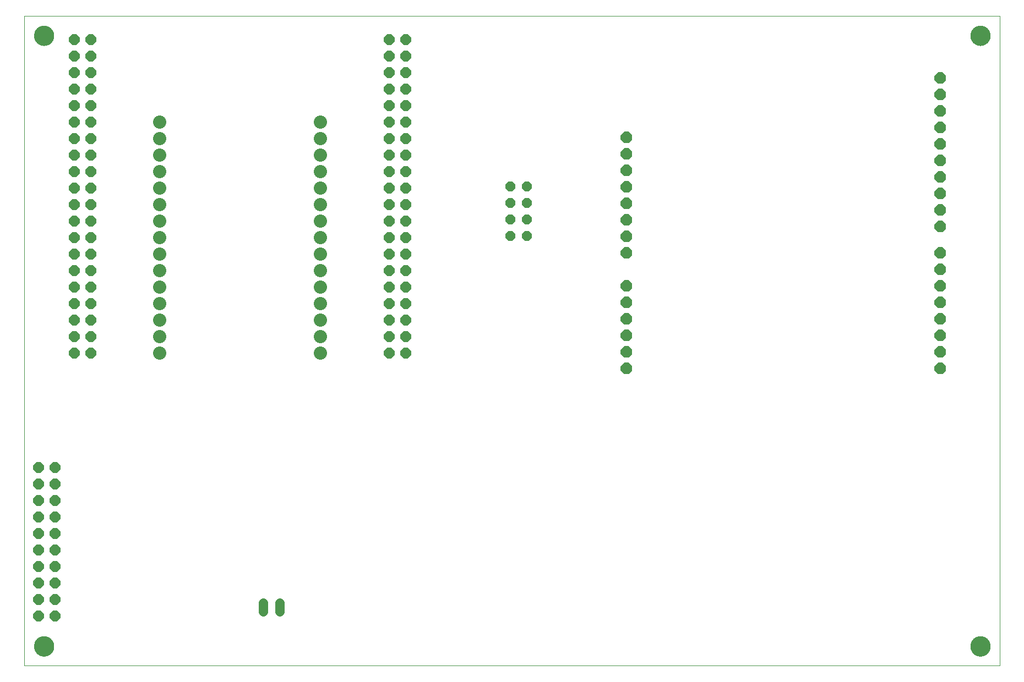
<source format=gbs>
G04 EAGLE Gerber RS-274X export*
G75*
%MOMM*%
%FSLAX34Y34*%
%LPD*%
%INSolder Mask bottom*%
%IPPOS*%
%AMOC8*
5,1,8,0,0,1.08239X$1,22.5*%
G01*
%ADD10C,0.000000*%
%ADD11C,3.101600*%
%ADD12P,1.759533X8X292.500000*%
%ADD13P,1.924489X8X292.500000*%
%ADD14P,1.759533X8X112.500000*%
%ADD15P,1.594577X8X292.500000*%
%ADD16C,2.032000*%
%ADD17C,1.473200*%


D10*
X0Y0D02*
X1500000Y0D01*
X1500000Y1000000D01*
X0Y1000000D01*
X0Y0D01*
X15000Y30000D02*
X15005Y30368D01*
X15018Y30736D01*
X15041Y31103D01*
X15072Y31470D01*
X15113Y31836D01*
X15162Y32201D01*
X15221Y32564D01*
X15288Y32926D01*
X15364Y33287D01*
X15450Y33645D01*
X15543Y34001D01*
X15646Y34354D01*
X15757Y34705D01*
X15877Y35053D01*
X16005Y35398D01*
X16142Y35740D01*
X16287Y36079D01*
X16440Y36413D01*
X16602Y36744D01*
X16771Y37071D01*
X16949Y37393D01*
X17134Y37712D01*
X17327Y38025D01*
X17528Y38334D01*
X17736Y38637D01*
X17952Y38935D01*
X18175Y39228D01*
X18405Y39516D01*
X18642Y39798D01*
X18886Y40073D01*
X19136Y40343D01*
X19393Y40607D01*
X19657Y40864D01*
X19927Y41114D01*
X20202Y41358D01*
X20484Y41595D01*
X20772Y41825D01*
X21065Y42048D01*
X21363Y42264D01*
X21666Y42472D01*
X21975Y42673D01*
X22288Y42866D01*
X22607Y43051D01*
X22929Y43229D01*
X23256Y43398D01*
X23587Y43560D01*
X23921Y43713D01*
X24260Y43858D01*
X24602Y43995D01*
X24947Y44123D01*
X25295Y44243D01*
X25646Y44354D01*
X25999Y44457D01*
X26355Y44550D01*
X26713Y44636D01*
X27074Y44712D01*
X27436Y44779D01*
X27799Y44838D01*
X28164Y44887D01*
X28530Y44928D01*
X28897Y44959D01*
X29264Y44982D01*
X29632Y44995D01*
X30000Y45000D01*
X30368Y44995D01*
X30736Y44982D01*
X31103Y44959D01*
X31470Y44928D01*
X31836Y44887D01*
X32201Y44838D01*
X32564Y44779D01*
X32926Y44712D01*
X33287Y44636D01*
X33645Y44550D01*
X34001Y44457D01*
X34354Y44354D01*
X34705Y44243D01*
X35053Y44123D01*
X35398Y43995D01*
X35740Y43858D01*
X36079Y43713D01*
X36413Y43560D01*
X36744Y43398D01*
X37071Y43229D01*
X37393Y43051D01*
X37712Y42866D01*
X38025Y42673D01*
X38334Y42472D01*
X38637Y42264D01*
X38935Y42048D01*
X39228Y41825D01*
X39516Y41595D01*
X39798Y41358D01*
X40073Y41114D01*
X40343Y40864D01*
X40607Y40607D01*
X40864Y40343D01*
X41114Y40073D01*
X41358Y39798D01*
X41595Y39516D01*
X41825Y39228D01*
X42048Y38935D01*
X42264Y38637D01*
X42472Y38334D01*
X42673Y38025D01*
X42866Y37712D01*
X43051Y37393D01*
X43229Y37071D01*
X43398Y36744D01*
X43560Y36413D01*
X43713Y36079D01*
X43858Y35740D01*
X43995Y35398D01*
X44123Y35053D01*
X44243Y34705D01*
X44354Y34354D01*
X44457Y34001D01*
X44550Y33645D01*
X44636Y33287D01*
X44712Y32926D01*
X44779Y32564D01*
X44838Y32201D01*
X44887Y31836D01*
X44928Y31470D01*
X44959Y31103D01*
X44982Y30736D01*
X44995Y30368D01*
X45000Y30000D01*
X44995Y29632D01*
X44982Y29264D01*
X44959Y28897D01*
X44928Y28530D01*
X44887Y28164D01*
X44838Y27799D01*
X44779Y27436D01*
X44712Y27074D01*
X44636Y26713D01*
X44550Y26355D01*
X44457Y25999D01*
X44354Y25646D01*
X44243Y25295D01*
X44123Y24947D01*
X43995Y24602D01*
X43858Y24260D01*
X43713Y23921D01*
X43560Y23587D01*
X43398Y23256D01*
X43229Y22929D01*
X43051Y22607D01*
X42866Y22288D01*
X42673Y21975D01*
X42472Y21666D01*
X42264Y21363D01*
X42048Y21065D01*
X41825Y20772D01*
X41595Y20484D01*
X41358Y20202D01*
X41114Y19927D01*
X40864Y19657D01*
X40607Y19393D01*
X40343Y19136D01*
X40073Y18886D01*
X39798Y18642D01*
X39516Y18405D01*
X39228Y18175D01*
X38935Y17952D01*
X38637Y17736D01*
X38334Y17528D01*
X38025Y17327D01*
X37712Y17134D01*
X37393Y16949D01*
X37071Y16771D01*
X36744Y16602D01*
X36413Y16440D01*
X36079Y16287D01*
X35740Y16142D01*
X35398Y16005D01*
X35053Y15877D01*
X34705Y15757D01*
X34354Y15646D01*
X34001Y15543D01*
X33645Y15450D01*
X33287Y15364D01*
X32926Y15288D01*
X32564Y15221D01*
X32201Y15162D01*
X31836Y15113D01*
X31470Y15072D01*
X31103Y15041D01*
X30736Y15018D01*
X30368Y15005D01*
X30000Y15000D01*
X29632Y15005D01*
X29264Y15018D01*
X28897Y15041D01*
X28530Y15072D01*
X28164Y15113D01*
X27799Y15162D01*
X27436Y15221D01*
X27074Y15288D01*
X26713Y15364D01*
X26355Y15450D01*
X25999Y15543D01*
X25646Y15646D01*
X25295Y15757D01*
X24947Y15877D01*
X24602Y16005D01*
X24260Y16142D01*
X23921Y16287D01*
X23587Y16440D01*
X23256Y16602D01*
X22929Y16771D01*
X22607Y16949D01*
X22288Y17134D01*
X21975Y17327D01*
X21666Y17528D01*
X21363Y17736D01*
X21065Y17952D01*
X20772Y18175D01*
X20484Y18405D01*
X20202Y18642D01*
X19927Y18886D01*
X19657Y19136D01*
X19393Y19393D01*
X19136Y19657D01*
X18886Y19927D01*
X18642Y20202D01*
X18405Y20484D01*
X18175Y20772D01*
X17952Y21065D01*
X17736Y21363D01*
X17528Y21666D01*
X17327Y21975D01*
X17134Y22288D01*
X16949Y22607D01*
X16771Y22929D01*
X16602Y23256D01*
X16440Y23587D01*
X16287Y23921D01*
X16142Y24260D01*
X16005Y24602D01*
X15877Y24947D01*
X15757Y25295D01*
X15646Y25646D01*
X15543Y25999D01*
X15450Y26355D01*
X15364Y26713D01*
X15288Y27074D01*
X15221Y27436D01*
X15162Y27799D01*
X15113Y28164D01*
X15072Y28530D01*
X15041Y28897D01*
X15018Y29264D01*
X15005Y29632D01*
X15000Y30000D01*
D11*
X30000Y30000D03*
D10*
X1455000Y30000D02*
X1455005Y30368D01*
X1455018Y30736D01*
X1455041Y31103D01*
X1455072Y31470D01*
X1455113Y31836D01*
X1455162Y32201D01*
X1455221Y32564D01*
X1455288Y32926D01*
X1455364Y33287D01*
X1455450Y33645D01*
X1455543Y34001D01*
X1455646Y34354D01*
X1455757Y34705D01*
X1455877Y35053D01*
X1456005Y35398D01*
X1456142Y35740D01*
X1456287Y36079D01*
X1456440Y36413D01*
X1456602Y36744D01*
X1456771Y37071D01*
X1456949Y37393D01*
X1457134Y37712D01*
X1457327Y38025D01*
X1457528Y38334D01*
X1457736Y38637D01*
X1457952Y38935D01*
X1458175Y39228D01*
X1458405Y39516D01*
X1458642Y39798D01*
X1458886Y40073D01*
X1459136Y40343D01*
X1459393Y40607D01*
X1459657Y40864D01*
X1459927Y41114D01*
X1460202Y41358D01*
X1460484Y41595D01*
X1460772Y41825D01*
X1461065Y42048D01*
X1461363Y42264D01*
X1461666Y42472D01*
X1461975Y42673D01*
X1462288Y42866D01*
X1462607Y43051D01*
X1462929Y43229D01*
X1463256Y43398D01*
X1463587Y43560D01*
X1463921Y43713D01*
X1464260Y43858D01*
X1464602Y43995D01*
X1464947Y44123D01*
X1465295Y44243D01*
X1465646Y44354D01*
X1465999Y44457D01*
X1466355Y44550D01*
X1466713Y44636D01*
X1467074Y44712D01*
X1467436Y44779D01*
X1467799Y44838D01*
X1468164Y44887D01*
X1468530Y44928D01*
X1468897Y44959D01*
X1469264Y44982D01*
X1469632Y44995D01*
X1470000Y45000D01*
X1470368Y44995D01*
X1470736Y44982D01*
X1471103Y44959D01*
X1471470Y44928D01*
X1471836Y44887D01*
X1472201Y44838D01*
X1472564Y44779D01*
X1472926Y44712D01*
X1473287Y44636D01*
X1473645Y44550D01*
X1474001Y44457D01*
X1474354Y44354D01*
X1474705Y44243D01*
X1475053Y44123D01*
X1475398Y43995D01*
X1475740Y43858D01*
X1476079Y43713D01*
X1476413Y43560D01*
X1476744Y43398D01*
X1477071Y43229D01*
X1477393Y43051D01*
X1477712Y42866D01*
X1478025Y42673D01*
X1478334Y42472D01*
X1478637Y42264D01*
X1478935Y42048D01*
X1479228Y41825D01*
X1479516Y41595D01*
X1479798Y41358D01*
X1480073Y41114D01*
X1480343Y40864D01*
X1480607Y40607D01*
X1480864Y40343D01*
X1481114Y40073D01*
X1481358Y39798D01*
X1481595Y39516D01*
X1481825Y39228D01*
X1482048Y38935D01*
X1482264Y38637D01*
X1482472Y38334D01*
X1482673Y38025D01*
X1482866Y37712D01*
X1483051Y37393D01*
X1483229Y37071D01*
X1483398Y36744D01*
X1483560Y36413D01*
X1483713Y36079D01*
X1483858Y35740D01*
X1483995Y35398D01*
X1484123Y35053D01*
X1484243Y34705D01*
X1484354Y34354D01*
X1484457Y34001D01*
X1484550Y33645D01*
X1484636Y33287D01*
X1484712Y32926D01*
X1484779Y32564D01*
X1484838Y32201D01*
X1484887Y31836D01*
X1484928Y31470D01*
X1484959Y31103D01*
X1484982Y30736D01*
X1484995Y30368D01*
X1485000Y30000D01*
X1484995Y29632D01*
X1484982Y29264D01*
X1484959Y28897D01*
X1484928Y28530D01*
X1484887Y28164D01*
X1484838Y27799D01*
X1484779Y27436D01*
X1484712Y27074D01*
X1484636Y26713D01*
X1484550Y26355D01*
X1484457Y25999D01*
X1484354Y25646D01*
X1484243Y25295D01*
X1484123Y24947D01*
X1483995Y24602D01*
X1483858Y24260D01*
X1483713Y23921D01*
X1483560Y23587D01*
X1483398Y23256D01*
X1483229Y22929D01*
X1483051Y22607D01*
X1482866Y22288D01*
X1482673Y21975D01*
X1482472Y21666D01*
X1482264Y21363D01*
X1482048Y21065D01*
X1481825Y20772D01*
X1481595Y20484D01*
X1481358Y20202D01*
X1481114Y19927D01*
X1480864Y19657D01*
X1480607Y19393D01*
X1480343Y19136D01*
X1480073Y18886D01*
X1479798Y18642D01*
X1479516Y18405D01*
X1479228Y18175D01*
X1478935Y17952D01*
X1478637Y17736D01*
X1478334Y17528D01*
X1478025Y17327D01*
X1477712Y17134D01*
X1477393Y16949D01*
X1477071Y16771D01*
X1476744Y16602D01*
X1476413Y16440D01*
X1476079Y16287D01*
X1475740Y16142D01*
X1475398Y16005D01*
X1475053Y15877D01*
X1474705Y15757D01*
X1474354Y15646D01*
X1474001Y15543D01*
X1473645Y15450D01*
X1473287Y15364D01*
X1472926Y15288D01*
X1472564Y15221D01*
X1472201Y15162D01*
X1471836Y15113D01*
X1471470Y15072D01*
X1471103Y15041D01*
X1470736Y15018D01*
X1470368Y15005D01*
X1470000Y15000D01*
X1469632Y15005D01*
X1469264Y15018D01*
X1468897Y15041D01*
X1468530Y15072D01*
X1468164Y15113D01*
X1467799Y15162D01*
X1467436Y15221D01*
X1467074Y15288D01*
X1466713Y15364D01*
X1466355Y15450D01*
X1465999Y15543D01*
X1465646Y15646D01*
X1465295Y15757D01*
X1464947Y15877D01*
X1464602Y16005D01*
X1464260Y16142D01*
X1463921Y16287D01*
X1463587Y16440D01*
X1463256Y16602D01*
X1462929Y16771D01*
X1462607Y16949D01*
X1462288Y17134D01*
X1461975Y17327D01*
X1461666Y17528D01*
X1461363Y17736D01*
X1461065Y17952D01*
X1460772Y18175D01*
X1460484Y18405D01*
X1460202Y18642D01*
X1459927Y18886D01*
X1459657Y19136D01*
X1459393Y19393D01*
X1459136Y19657D01*
X1458886Y19927D01*
X1458642Y20202D01*
X1458405Y20484D01*
X1458175Y20772D01*
X1457952Y21065D01*
X1457736Y21363D01*
X1457528Y21666D01*
X1457327Y21975D01*
X1457134Y22288D01*
X1456949Y22607D01*
X1456771Y22929D01*
X1456602Y23256D01*
X1456440Y23587D01*
X1456287Y23921D01*
X1456142Y24260D01*
X1456005Y24602D01*
X1455877Y24947D01*
X1455757Y25295D01*
X1455646Y25646D01*
X1455543Y25999D01*
X1455450Y26355D01*
X1455364Y26713D01*
X1455288Y27074D01*
X1455221Y27436D01*
X1455162Y27799D01*
X1455113Y28164D01*
X1455072Y28530D01*
X1455041Y28897D01*
X1455018Y29264D01*
X1455005Y29632D01*
X1455000Y30000D01*
D11*
X1470000Y30000D03*
D10*
X1455000Y970000D02*
X1455005Y970368D01*
X1455018Y970736D01*
X1455041Y971103D01*
X1455072Y971470D01*
X1455113Y971836D01*
X1455162Y972201D01*
X1455221Y972564D01*
X1455288Y972926D01*
X1455364Y973287D01*
X1455450Y973645D01*
X1455543Y974001D01*
X1455646Y974354D01*
X1455757Y974705D01*
X1455877Y975053D01*
X1456005Y975398D01*
X1456142Y975740D01*
X1456287Y976079D01*
X1456440Y976413D01*
X1456602Y976744D01*
X1456771Y977071D01*
X1456949Y977393D01*
X1457134Y977712D01*
X1457327Y978025D01*
X1457528Y978334D01*
X1457736Y978637D01*
X1457952Y978935D01*
X1458175Y979228D01*
X1458405Y979516D01*
X1458642Y979798D01*
X1458886Y980073D01*
X1459136Y980343D01*
X1459393Y980607D01*
X1459657Y980864D01*
X1459927Y981114D01*
X1460202Y981358D01*
X1460484Y981595D01*
X1460772Y981825D01*
X1461065Y982048D01*
X1461363Y982264D01*
X1461666Y982472D01*
X1461975Y982673D01*
X1462288Y982866D01*
X1462607Y983051D01*
X1462929Y983229D01*
X1463256Y983398D01*
X1463587Y983560D01*
X1463921Y983713D01*
X1464260Y983858D01*
X1464602Y983995D01*
X1464947Y984123D01*
X1465295Y984243D01*
X1465646Y984354D01*
X1465999Y984457D01*
X1466355Y984550D01*
X1466713Y984636D01*
X1467074Y984712D01*
X1467436Y984779D01*
X1467799Y984838D01*
X1468164Y984887D01*
X1468530Y984928D01*
X1468897Y984959D01*
X1469264Y984982D01*
X1469632Y984995D01*
X1470000Y985000D01*
X1470368Y984995D01*
X1470736Y984982D01*
X1471103Y984959D01*
X1471470Y984928D01*
X1471836Y984887D01*
X1472201Y984838D01*
X1472564Y984779D01*
X1472926Y984712D01*
X1473287Y984636D01*
X1473645Y984550D01*
X1474001Y984457D01*
X1474354Y984354D01*
X1474705Y984243D01*
X1475053Y984123D01*
X1475398Y983995D01*
X1475740Y983858D01*
X1476079Y983713D01*
X1476413Y983560D01*
X1476744Y983398D01*
X1477071Y983229D01*
X1477393Y983051D01*
X1477712Y982866D01*
X1478025Y982673D01*
X1478334Y982472D01*
X1478637Y982264D01*
X1478935Y982048D01*
X1479228Y981825D01*
X1479516Y981595D01*
X1479798Y981358D01*
X1480073Y981114D01*
X1480343Y980864D01*
X1480607Y980607D01*
X1480864Y980343D01*
X1481114Y980073D01*
X1481358Y979798D01*
X1481595Y979516D01*
X1481825Y979228D01*
X1482048Y978935D01*
X1482264Y978637D01*
X1482472Y978334D01*
X1482673Y978025D01*
X1482866Y977712D01*
X1483051Y977393D01*
X1483229Y977071D01*
X1483398Y976744D01*
X1483560Y976413D01*
X1483713Y976079D01*
X1483858Y975740D01*
X1483995Y975398D01*
X1484123Y975053D01*
X1484243Y974705D01*
X1484354Y974354D01*
X1484457Y974001D01*
X1484550Y973645D01*
X1484636Y973287D01*
X1484712Y972926D01*
X1484779Y972564D01*
X1484838Y972201D01*
X1484887Y971836D01*
X1484928Y971470D01*
X1484959Y971103D01*
X1484982Y970736D01*
X1484995Y970368D01*
X1485000Y970000D01*
X1484995Y969632D01*
X1484982Y969264D01*
X1484959Y968897D01*
X1484928Y968530D01*
X1484887Y968164D01*
X1484838Y967799D01*
X1484779Y967436D01*
X1484712Y967074D01*
X1484636Y966713D01*
X1484550Y966355D01*
X1484457Y965999D01*
X1484354Y965646D01*
X1484243Y965295D01*
X1484123Y964947D01*
X1483995Y964602D01*
X1483858Y964260D01*
X1483713Y963921D01*
X1483560Y963587D01*
X1483398Y963256D01*
X1483229Y962929D01*
X1483051Y962607D01*
X1482866Y962288D01*
X1482673Y961975D01*
X1482472Y961666D01*
X1482264Y961363D01*
X1482048Y961065D01*
X1481825Y960772D01*
X1481595Y960484D01*
X1481358Y960202D01*
X1481114Y959927D01*
X1480864Y959657D01*
X1480607Y959393D01*
X1480343Y959136D01*
X1480073Y958886D01*
X1479798Y958642D01*
X1479516Y958405D01*
X1479228Y958175D01*
X1478935Y957952D01*
X1478637Y957736D01*
X1478334Y957528D01*
X1478025Y957327D01*
X1477712Y957134D01*
X1477393Y956949D01*
X1477071Y956771D01*
X1476744Y956602D01*
X1476413Y956440D01*
X1476079Y956287D01*
X1475740Y956142D01*
X1475398Y956005D01*
X1475053Y955877D01*
X1474705Y955757D01*
X1474354Y955646D01*
X1474001Y955543D01*
X1473645Y955450D01*
X1473287Y955364D01*
X1472926Y955288D01*
X1472564Y955221D01*
X1472201Y955162D01*
X1471836Y955113D01*
X1471470Y955072D01*
X1471103Y955041D01*
X1470736Y955018D01*
X1470368Y955005D01*
X1470000Y955000D01*
X1469632Y955005D01*
X1469264Y955018D01*
X1468897Y955041D01*
X1468530Y955072D01*
X1468164Y955113D01*
X1467799Y955162D01*
X1467436Y955221D01*
X1467074Y955288D01*
X1466713Y955364D01*
X1466355Y955450D01*
X1465999Y955543D01*
X1465646Y955646D01*
X1465295Y955757D01*
X1464947Y955877D01*
X1464602Y956005D01*
X1464260Y956142D01*
X1463921Y956287D01*
X1463587Y956440D01*
X1463256Y956602D01*
X1462929Y956771D01*
X1462607Y956949D01*
X1462288Y957134D01*
X1461975Y957327D01*
X1461666Y957528D01*
X1461363Y957736D01*
X1461065Y957952D01*
X1460772Y958175D01*
X1460484Y958405D01*
X1460202Y958642D01*
X1459927Y958886D01*
X1459657Y959136D01*
X1459393Y959393D01*
X1459136Y959657D01*
X1458886Y959927D01*
X1458642Y960202D01*
X1458405Y960484D01*
X1458175Y960772D01*
X1457952Y961065D01*
X1457736Y961363D01*
X1457528Y961666D01*
X1457327Y961975D01*
X1457134Y962288D01*
X1456949Y962607D01*
X1456771Y962929D01*
X1456602Y963256D01*
X1456440Y963587D01*
X1456287Y963921D01*
X1456142Y964260D01*
X1456005Y964602D01*
X1455877Y964947D01*
X1455757Y965295D01*
X1455646Y965646D01*
X1455543Y965999D01*
X1455450Y966355D01*
X1455364Y966713D01*
X1455288Y967074D01*
X1455221Y967436D01*
X1455162Y967799D01*
X1455113Y968164D01*
X1455072Y968530D01*
X1455041Y968897D01*
X1455018Y969264D01*
X1455005Y969632D01*
X1455000Y970000D01*
D11*
X1470000Y970000D03*
D10*
X15000Y970000D02*
X15005Y970368D01*
X15018Y970736D01*
X15041Y971103D01*
X15072Y971470D01*
X15113Y971836D01*
X15162Y972201D01*
X15221Y972564D01*
X15288Y972926D01*
X15364Y973287D01*
X15450Y973645D01*
X15543Y974001D01*
X15646Y974354D01*
X15757Y974705D01*
X15877Y975053D01*
X16005Y975398D01*
X16142Y975740D01*
X16287Y976079D01*
X16440Y976413D01*
X16602Y976744D01*
X16771Y977071D01*
X16949Y977393D01*
X17134Y977712D01*
X17327Y978025D01*
X17528Y978334D01*
X17736Y978637D01*
X17952Y978935D01*
X18175Y979228D01*
X18405Y979516D01*
X18642Y979798D01*
X18886Y980073D01*
X19136Y980343D01*
X19393Y980607D01*
X19657Y980864D01*
X19927Y981114D01*
X20202Y981358D01*
X20484Y981595D01*
X20772Y981825D01*
X21065Y982048D01*
X21363Y982264D01*
X21666Y982472D01*
X21975Y982673D01*
X22288Y982866D01*
X22607Y983051D01*
X22929Y983229D01*
X23256Y983398D01*
X23587Y983560D01*
X23921Y983713D01*
X24260Y983858D01*
X24602Y983995D01*
X24947Y984123D01*
X25295Y984243D01*
X25646Y984354D01*
X25999Y984457D01*
X26355Y984550D01*
X26713Y984636D01*
X27074Y984712D01*
X27436Y984779D01*
X27799Y984838D01*
X28164Y984887D01*
X28530Y984928D01*
X28897Y984959D01*
X29264Y984982D01*
X29632Y984995D01*
X30000Y985000D01*
X30368Y984995D01*
X30736Y984982D01*
X31103Y984959D01*
X31470Y984928D01*
X31836Y984887D01*
X32201Y984838D01*
X32564Y984779D01*
X32926Y984712D01*
X33287Y984636D01*
X33645Y984550D01*
X34001Y984457D01*
X34354Y984354D01*
X34705Y984243D01*
X35053Y984123D01*
X35398Y983995D01*
X35740Y983858D01*
X36079Y983713D01*
X36413Y983560D01*
X36744Y983398D01*
X37071Y983229D01*
X37393Y983051D01*
X37712Y982866D01*
X38025Y982673D01*
X38334Y982472D01*
X38637Y982264D01*
X38935Y982048D01*
X39228Y981825D01*
X39516Y981595D01*
X39798Y981358D01*
X40073Y981114D01*
X40343Y980864D01*
X40607Y980607D01*
X40864Y980343D01*
X41114Y980073D01*
X41358Y979798D01*
X41595Y979516D01*
X41825Y979228D01*
X42048Y978935D01*
X42264Y978637D01*
X42472Y978334D01*
X42673Y978025D01*
X42866Y977712D01*
X43051Y977393D01*
X43229Y977071D01*
X43398Y976744D01*
X43560Y976413D01*
X43713Y976079D01*
X43858Y975740D01*
X43995Y975398D01*
X44123Y975053D01*
X44243Y974705D01*
X44354Y974354D01*
X44457Y974001D01*
X44550Y973645D01*
X44636Y973287D01*
X44712Y972926D01*
X44779Y972564D01*
X44838Y972201D01*
X44887Y971836D01*
X44928Y971470D01*
X44959Y971103D01*
X44982Y970736D01*
X44995Y970368D01*
X45000Y970000D01*
X44995Y969632D01*
X44982Y969264D01*
X44959Y968897D01*
X44928Y968530D01*
X44887Y968164D01*
X44838Y967799D01*
X44779Y967436D01*
X44712Y967074D01*
X44636Y966713D01*
X44550Y966355D01*
X44457Y965999D01*
X44354Y965646D01*
X44243Y965295D01*
X44123Y964947D01*
X43995Y964602D01*
X43858Y964260D01*
X43713Y963921D01*
X43560Y963587D01*
X43398Y963256D01*
X43229Y962929D01*
X43051Y962607D01*
X42866Y962288D01*
X42673Y961975D01*
X42472Y961666D01*
X42264Y961363D01*
X42048Y961065D01*
X41825Y960772D01*
X41595Y960484D01*
X41358Y960202D01*
X41114Y959927D01*
X40864Y959657D01*
X40607Y959393D01*
X40343Y959136D01*
X40073Y958886D01*
X39798Y958642D01*
X39516Y958405D01*
X39228Y958175D01*
X38935Y957952D01*
X38637Y957736D01*
X38334Y957528D01*
X38025Y957327D01*
X37712Y957134D01*
X37393Y956949D01*
X37071Y956771D01*
X36744Y956602D01*
X36413Y956440D01*
X36079Y956287D01*
X35740Y956142D01*
X35398Y956005D01*
X35053Y955877D01*
X34705Y955757D01*
X34354Y955646D01*
X34001Y955543D01*
X33645Y955450D01*
X33287Y955364D01*
X32926Y955288D01*
X32564Y955221D01*
X32201Y955162D01*
X31836Y955113D01*
X31470Y955072D01*
X31103Y955041D01*
X30736Y955018D01*
X30368Y955005D01*
X30000Y955000D01*
X29632Y955005D01*
X29264Y955018D01*
X28897Y955041D01*
X28530Y955072D01*
X28164Y955113D01*
X27799Y955162D01*
X27436Y955221D01*
X27074Y955288D01*
X26713Y955364D01*
X26355Y955450D01*
X25999Y955543D01*
X25646Y955646D01*
X25295Y955757D01*
X24947Y955877D01*
X24602Y956005D01*
X24260Y956142D01*
X23921Y956287D01*
X23587Y956440D01*
X23256Y956602D01*
X22929Y956771D01*
X22607Y956949D01*
X22288Y957134D01*
X21975Y957327D01*
X21666Y957528D01*
X21363Y957736D01*
X21065Y957952D01*
X20772Y958175D01*
X20484Y958405D01*
X20202Y958642D01*
X19927Y958886D01*
X19657Y959136D01*
X19393Y959393D01*
X19136Y959657D01*
X18886Y959927D01*
X18642Y960202D01*
X18405Y960484D01*
X18175Y960772D01*
X17952Y961065D01*
X17736Y961363D01*
X17528Y961666D01*
X17327Y961975D01*
X17134Y962288D01*
X16949Y962607D01*
X16771Y962929D01*
X16602Y963256D01*
X16440Y963587D01*
X16287Y963921D01*
X16142Y964260D01*
X16005Y964602D01*
X15877Y964947D01*
X15757Y965295D01*
X15646Y965646D01*
X15543Y965999D01*
X15450Y966355D01*
X15364Y966713D01*
X15288Y967074D01*
X15221Y967436D01*
X15162Y967799D01*
X15113Y968164D01*
X15072Y968530D01*
X15041Y968897D01*
X15018Y969264D01*
X15005Y969632D01*
X15000Y970000D01*
D11*
X30000Y970000D03*
D12*
X76870Y964070D03*
X102270Y964070D03*
X76870Y938670D03*
X102270Y938670D03*
X76870Y913270D03*
X102270Y913270D03*
X76870Y887870D03*
X102270Y887870D03*
X76870Y862470D03*
X102270Y862470D03*
X76870Y837070D03*
X102270Y837070D03*
X76870Y811670D03*
X102270Y811670D03*
X76870Y786270D03*
X102270Y786270D03*
X76870Y760870D03*
X102270Y760870D03*
X76870Y735470D03*
X102270Y735470D03*
X76870Y710070D03*
X102270Y710070D03*
X76870Y684670D03*
X102270Y684670D03*
X76870Y659270D03*
X102270Y659270D03*
X76870Y633870D03*
X102270Y633870D03*
X76870Y608470D03*
X102270Y608470D03*
X76870Y583070D03*
X102270Y583070D03*
X76870Y557670D03*
X102270Y557670D03*
X76870Y532270D03*
X102270Y532270D03*
X76870Y506870D03*
X102270Y506870D03*
X76870Y481470D03*
X102270Y481470D03*
X561110Y963840D03*
X586510Y963840D03*
X561110Y938440D03*
X586510Y938440D03*
X561110Y913040D03*
X586510Y913040D03*
X561110Y887640D03*
X586510Y887640D03*
X561110Y862240D03*
X586510Y862240D03*
X561110Y836840D03*
X586510Y836840D03*
X561110Y811440D03*
X586510Y811440D03*
X561110Y786040D03*
X586510Y786040D03*
X561110Y760640D03*
X586510Y760640D03*
X561110Y735240D03*
X586510Y735240D03*
X561110Y709840D03*
X586510Y709840D03*
X561110Y684440D03*
X586510Y684440D03*
X561110Y659040D03*
X586510Y659040D03*
X561110Y633640D03*
X586510Y633640D03*
X561110Y608240D03*
X586510Y608240D03*
X561110Y582840D03*
X586510Y582840D03*
X561110Y557440D03*
X586510Y557440D03*
X561110Y532040D03*
X586510Y532040D03*
X561110Y506640D03*
X586510Y506640D03*
X561110Y481240D03*
X586510Y481240D03*
D13*
X1408800Y558800D03*
X926200Y584200D03*
X1408800Y533400D03*
X1408800Y508000D03*
X1408800Y482600D03*
X1408800Y457200D03*
X1408800Y584200D03*
X1408800Y609600D03*
X1408800Y635000D03*
X1408800Y675640D03*
X1408800Y701040D03*
X1408800Y726440D03*
X1408800Y751840D03*
X1408800Y777240D03*
X1408800Y802640D03*
X1408800Y828040D03*
X1408800Y853440D03*
X926200Y558800D03*
X926200Y533400D03*
X926200Y508000D03*
X926200Y482600D03*
X926200Y457200D03*
X926200Y635000D03*
X926200Y660400D03*
X926200Y685800D03*
X926200Y711200D03*
X926200Y736600D03*
X926200Y762000D03*
X1408800Y878840D03*
X1408800Y904240D03*
X926200Y787400D03*
X926200Y812800D03*
D14*
X46760Y304870D03*
X46760Y279470D03*
X46760Y254070D03*
X46760Y228670D03*
X46760Y203270D03*
X46760Y177870D03*
X46760Y152470D03*
X46760Y127070D03*
X46760Y101670D03*
X46760Y76270D03*
X21360Y76270D03*
X21360Y101670D03*
X21360Y127070D03*
X21360Y152470D03*
X21360Y177870D03*
X21360Y203270D03*
X21360Y228670D03*
X21360Y254070D03*
X21360Y279470D03*
X21360Y304870D03*
D15*
X747300Y738100D03*
X772700Y738100D03*
X747300Y712700D03*
X772700Y712700D03*
X747300Y687300D03*
X772700Y687300D03*
X772700Y661900D03*
X747300Y661900D03*
D16*
X455400Y481300D03*
X455400Y506700D03*
X455400Y532100D03*
X455400Y557500D03*
X455400Y582900D03*
X455400Y608300D03*
X455400Y633700D03*
X455400Y659100D03*
X455400Y684500D03*
X455400Y709900D03*
X455400Y735300D03*
X455400Y760700D03*
X455400Y786100D03*
X455400Y811500D03*
X455400Y836900D03*
X207700Y481300D03*
X207700Y506700D03*
X207700Y532100D03*
X207700Y557500D03*
X207700Y582900D03*
X207700Y608300D03*
X207700Y633700D03*
X207700Y659100D03*
X207700Y684500D03*
X207700Y709900D03*
X207700Y735300D03*
X207700Y760700D03*
X207700Y786100D03*
X207700Y811500D03*
X207700Y836900D03*
D17*
X367300Y96858D02*
X367300Y83142D01*
X392700Y83142D02*
X392700Y96858D01*
M02*

</source>
